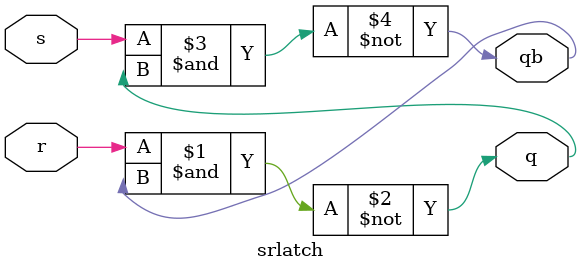
<source format=v>
module srlatch(
	input wire s, r,
	output wire q, qb);
assign q = ~(r & qb);
assign qb = ~(s& q);

endmodule

</source>
